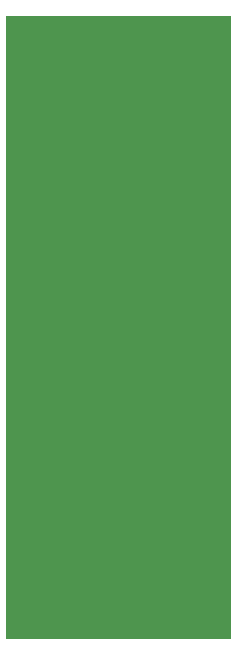
<source format=gbr>
G04 DipTrace 2.4.0.2*
%INBoard.gbr*%
%MOMM*%
%ADD11C,0.14*%
%FSLAX53Y53*%
G04*
G71*
G90*
G75*
G01*
%LNBoardPoly*%
%LPD*%
G36*
X10000Y10000D2*
D11*
Y62710D1*
X29000D1*
Y10000D1*
X10000D1*
G37*
M02*

</source>
